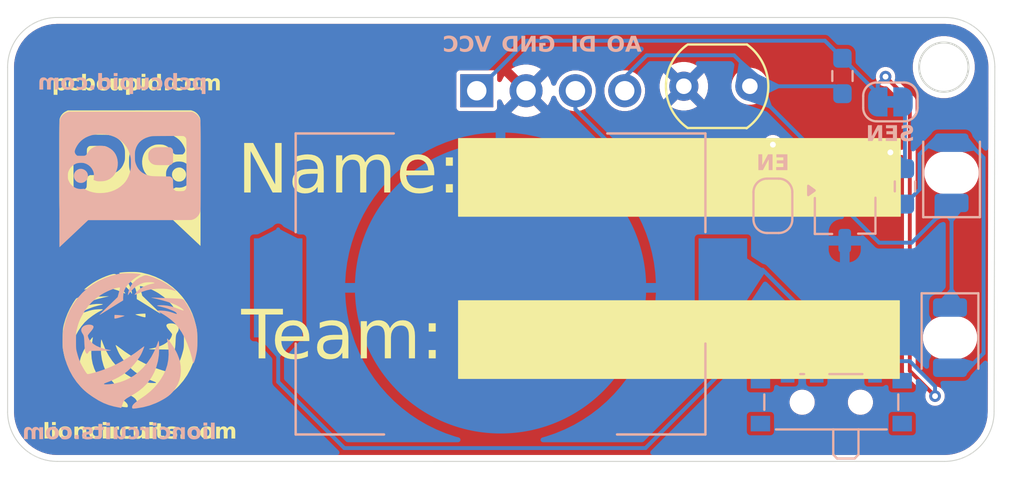
<source format=kicad_pcb>
(kicad_pcb (version 20241229) (generator "pcbnew") (generator_version "9.0")
  (layers (0 "F.Cu" signal) (2 "B.Cu" signal) (13 "F.Paste" user) (15 "B.Paste" user) (5 "F.SilkS" user "F.Silkscreen") (7 "B.SilkS" user "B.Silkscreen") (1 "F.Mask" user) (3 "B.Mask" user) (25 "Edge.Cuts" user))
  (net 0 "")
  (net 1 "Net-(D1-K)")
  (net 2 "Net-(D1-A)")
  (net 3 "GND")
  (net 5 "Net-(BT1-+)")
  (net 6 "Net-(J2-Pin_1)")
  (net 7 "/DI")
  (net 8 "Net-(J2-Pin_4)")
  (footprint "OptoDevice:R_LDR_5.1x4.3mm_P3.4mm_Vertical" (layer "F.Cu") (at 163.113602 98.543682 180)
    (property "Reference" "R2" (hide yes))
    (property "Value" "LDR07" (hide yes))
    (pad "1" thru_hole circle (at 0 0 180) (size 1.5 1.5) (drill 0.8) (layers "*.Cu" "*.Mask") (net 8 "Net-(J2-Pin_4)"))
    (pad "2" thru_hole circle (at 3.4 0 180) (size 1.5 1.5) (drill 0.8) (layers "*.Cu" "*.Mask") (net 3 "GND"))
  )
  (footprint "Hardware_Hackathon_1.0:Lion_circuits_Logo" (layer "F.Cu") (at 131.184951 111.575)
    (property "Reference" "Lion_circuits-1" (hide yes))
    (property "Value" "LOGO" (hide yes))
  )
  (footprint "Hardware_Hackathon_1.0:PCB_CUBID" (layer "F.Cu") (at 131.379557 103.312836)
    (property "Reference" "PCB_CUBID-1" (hide yes))
    (property "Value" "LOGO" (hide yes))
  )
  (footprint "LED_SMD:LED_1206_3216Metric_ReverseMount_Hole1.8x2.4mm" (layer "B.Cu") (at 173.5 103 90)
    (property "Reference" "D1" (hide yes))
    (property "Value" "LED" (hide yes))
    (pad "" np_thru_hole oval (at 0 0 90) (size 1.8 2.4) (drill oval 1.8 2.4) (layers "*.Cu" "*.Mask"))
    (pad "1" smd roundrect (at -1.55 0 90) (size 0.95 1.75) (layers "B.Cu" "B.Mask" "B.Paste") (roundrect_rratio 0.2) (net 1 "Net-(D1-K)"))
    (pad "2" smd roundrect (at 1.55 0 90) (size 0.95 1.75) (layers "B.Cu" "B.Mask" "B.Paste") (roundrect_rratio 0.2) (net 2 "Net-(D1-A)"))
  )
  (footprint "Connector_PinSocket_2.54mm:PinSocket_1x04_P2.54mm_Vertical" (layer "B.Cu") (at 149.05 98.775 -90)
    (property "Reference" "J2" (hide yes))
    (property "Value" "Conn_01x04")
    (pad "1" thru_hole rect (at 0 0 270) (size 1.7 1.7) (drill 1) (layers "*.Cu" "*.Mask") (net 6 "Net-(J2-Pin_1)"))
    (pad "2" thru_hole circle (at 0 -2.54 270) (size 1.7 1.7) (drill 1) (layers "*.Cu" "*.Mask") (net 3 "GND"))
    (pad "3" thru_hole circle (at 0 -5.08 270) (size 1.7 1.7) (drill 1) (layers "*.Cu" "*.Mask") (net 7 "/DI"))
    (pad "4" thru_hole circle (at 0 -7.62 270) (size 1.7 1.7) (drill 1) (layers "*.Cu" "*.Mask") (net 8 "Net-(J2-Pin_4)"))
  )
  (footprint "Hardware_Hackathon_1.0:PCB_CUBID" (layer "B.Cu") (at 131.005394 103.380652 180)
    (property "Reference" "PCB_CUBID-1" (hide yes))
    (property "Value" "LOGO" (hide yes))
  )
  (footprint "Resistor_SMD:R_0603_1608Metric_Pad0.98x0.95mm_HandSolder" (layer "B.Cu") (at 167.8814 98.0157 90)
    (property "Reference" "R1" (hide yes))
    (property "Value" "100K")
    (pad "1" smd roundrect (at -0.9125 0 90) (size 0.975 0.95) (layers "B.Cu" "B.Mask" "B.Paste") (net 8 "Net-(J2-Pin_4)"))
    (pad "2" smd roundrect (at 0.9125 0 90) (size 0.975 0.95) (layers "B.Cu" "B.Mask" "B.Paste") (net 6 "Net-(J2-Pin_1)"))
  )
  (footprint "Jumper:SolderJumper-2_P1.3mm_Bridged_RoundedPad1.0x1.5mm" (layer "B.Cu") (at 170.35 99.35)
    (property "Reference" "JP1" (hide yes))
    (property "Value" "Jumper_2_Bridged")
    (fp_poly (pts (xy 0.25 0.3) (xy -0.25 0.3) (xy -0.25 -0.3) (xy 0.25 -0.3)) (fill yes) (layer "B.Cu"))
    (pad "1" smd custom (at -0.65 0) (size 1 0.5) (layers "B.Cu" "B.Mask") (net 6 "Net-(J2-Pin_1)") (options (clearance outline) (anchor rect)) (primitives (gr_circle (center 0 -0.25) (end 0.5 -0.25) (width 0) (fill yes)) (gr_circle (center 0 0.25) (end 0.5 0.25) (width 0) (fill yes)) (gr_poly (pts (xy 0.5 -0.75) (xy 0 -0.75) (xy 0 0.75) (xy 0.5 0.75)) (width 0) (fill yes))))
    (pad "2" smd custom (at 0.65 0) (size 1 0.5) (layers "B.Cu" "B.Mask") (net 7 "/DI") (options (clearance outline) (anchor rect)) (primitives (gr_circle (center 0 -0.25) (end 0.5 -0.25) (width 0) (fill yes)) (gr_circle (center 0 0.25) (end 0.5 0.25) (width 0) (fill yes)) (gr_poly (pts (xy 0 -0.75) (xy -0.5 -0.75) (xy -0.5 0.75) (xy 0 0.75)) (width 0) (fill yes))))
  )
  (footprint "Jumper:SolderJumper-2_P1.3mm_Open_RoundedPad1.0x1.5mm" (layer "B.Cu") (at 164.3 104.7 -90)
    (property "Reference" "JP2" (hide yes))
    (property "Value" "Jumper_2_Open")
    (pad "1" smd custom (at -0.65 0 270) (size 1 0.5) (layers "B.Cu" "B.Mask") (net 1 "Net-(D1-K)") (options (clearance outline) (anchor rect)) (primitives (gr_circle (center 0 -0.25) (end 0.5 -0.25) (width 0) (fill yes)) (gr_circle (center 0 0.25) (end 0.5 0.25) (width 0) (fill yes)) (gr_poly (pts (xy 0.5 -0.75) (xy 0 -0.75) (xy 0 0.75) (xy 0.5 0.75)) (width 0) (fill yes))))
    (pad "2" smd custom (at 0.65 0 270) (size 1 0.5) (layers "B.Cu" "B.Mask") (net 3 "GND") (options (clearance outline) (anchor rect)) (primitives (gr_circle (center 0 -0.25) (end 0.5 -0.25) (width 0) (fill yes)) (gr_circle (center 0 0.25) (end 0.5 0.25) (width 0) (fill yes)) (gr_poly (pts (xy 0 -0.75) (xy -0.5 -0.75) (xy -0.5 0.75) (xy 0 0.75)) (width 0) (fill yes))))
  )
  (footprint "LED_SMD:LED_1206_3216Metric_ReverseMount_Hole1.8x2.4mm" (layer "B.Cu") (at 173.42 111.49 -90)
    (property "Reference" "D2" (hide yes))
    (property "Value" "LED" (hide yes))
    (pad "" np_thru_hole oval (at 0 0 270) (size 1.8 2.4) (drill oval 1.8 2.4) (layers "*.Cu" "*.Mask"))
    (pad "1" smd roundrect (at -1.55 0 270) (size 0.95 1.75) (layers "B.Cu" "B.Mask" "B.Paste") (roundrect_rratio 0.2) (net 1 "Net-(D1-K)"))
    (pad "2" smd roundrect (at 1.55 0 270) (size 0.95 1.75) (layers "B.Cu" "B.Mask" "B.Paste") (roundrect_rratio 0.2) (net 2 "Net-(D1-A)"))
  )
  (footprint "C2032_Battery_Holder_Conpact:BAT_BAT-HLD-001" (layer "B.Cu") (at 150.275 108.925)
    (property "Reference" "BT1" (hide yes))
    (property "Value" "Battery_Cell" (hide yes))
    (pad "1" smd rect (at -11.45 0) (size 2.5 5.1) (layers "B.Cu" "B.Mask" "B.Paste") (net 5 "Net-(BT1-+)"))
    (pad "1" smd rect (at 11.45 0) (size 2.5 5.1) (layers "B.Cu" "B.Mask" "B.Paste") (net 5 "Net-(BT1-+)"))
    (pad "2" smd circle (at 0 0) (size 15 15) (layers "B.Cu" "B.Mask") (net 3 "GND"))
  )
  (footprint "Resistor_SMD:R_0603_1608Metric_Pad0.98x0.95mm_HandSolder" (layer "B.Cu") (at 171.1 103.7 90)
    (property "Reference" "R3" (hide yes))
    (property "Value" "220R")
    (pad "1" smd roundrect (at -0.9125 0 90) (size 0.975 0.95) (layers "B.Cu" "B.Mask" "B.Paste") (net 2 "Net-(D1-A)"))
    (pad "2" smd roundrect (at 0.9125 0 90) (size 0.975 0.95) (layers "B.Cu" "B.Mask" "B.Paste") (net 7 "/DI"))
  )
  (footprint "Hardware_Hackathon_1.0:Lion_circuits_Logo" (layer "B.Cu") (at 131.2 111.642816 180)
    (property "Reference" "Lion_circuits-1" (hide yes))
    (property "Value" "LOGO" (hide yes))
  )
  (footprint "Package_TO_SOT_SMD:TSOT-23" (layer "B.Cu") (at 168 105.19 -90)
    (property "Reference" "Q1" (hide yes))
    (property "Value" "BC547" (hide yes))
    (pad "1" smd roundrect (at -1.31 0.95 270) (size 1.22 0.65) (layers "B.Cu" "B.Mask" "B.Paste") (net 1 "Net-(D1-K)"))
    (pad "2" smd roundrect (at -1.31 -0.95 270) (size 1.22 0.65) (layers "B.Cu" "B.Mask" "B.Paste") (net 8 "Net-(J2-Pin_4)"))
    (pad "3" smd roundrect (at 1.31 0 270) (size 1.22 0.65) (layers "B.Cu" "B.Mask" "B.Paste") (net 3 "GND"))
  )
  (footprint "Button_Switch_SMD:SW_SPDT_PCM12" (layer "B.Cu") (at 167.3076 114.4851 180)
    (property "Reference" "SW1" (hide yes))
    (property "Value" "SW_Push_SPDT" (hide yes))
    (pad "" smd rect (at -3.65 -1.43 180) (size 1 0.8) (layers "B.Cu" "B.Mask" "B.Paste"))
    (pad "" smd rect (at -3.65 0.78 180) (size 1 0.8) (layers "B.Cu" "B.Mask" "B.Paste"))
    (pad "" np_thru_hole circle (at -1.5 -0.33 180) (size 0.9 0.9) (drill 0.9) (layers "*.Cu" "*.Mask"))
    (pad "" np_thru_hole circle (at 1.5 -0.33 180) (size 0.9 0.9) (drill 0.9) (layers "*.Cu" "*.Mask"))
    (pad "" smd rect (at 3.65 -1.43 180) (size 1 0.8) (layers "B.Cu" "B.Mask" "B.Paste"))
    (pad "" smd rect (at 3.65 0.78 180) (size 1 0.8) (layers "B.Cu" "B.Mask" "B.Paste"))
    (pad "1" smd rect (at -2.25 1.43 180) (size 0.7 1.5) (layers "B.Cu" "B.Mask" "B.Paste") (net 6 "Net-(J2-Pin_1)"))
    (pad "2" smd rect (at 0.75 1.43 180) (size 0.7 1.5) (layers "B.Cu" "B.Mask" "B.Paste") (net 5 "Net-(BT1-+)"))
    (pad "3" smd rect (at 2.25 1.43 180) (size 0.7 1.5) (layers "B.Cu" "B.Mask" "B.Paste"))
  )
  (gr_rect (start 148.11261 109.589918) (end 170.81261 113.589918) (stroke (width 0.05)) (fill yes) (layer "F.SilkS"))
  (gr_rect (start 148.11261 101.237836) (end 170.86261 105.237836) (stroke (width 0.05)) (fill yes) (layer "F.SilkS"))
  (gr_line (start 124.891228 115.321945) (end 124.891487 97.57804) (stroke (width 0.05)) (layer "Edge.Cuts"))
  (gr_line (start 175.727312 97.541689) (end 175.69096 115.285853) (stroke (width 0.05)) (layer "Edge.Cuts"))
  (gr_circle (center 173.1 97.56) (end 174.37 97.56) (stroke (width 0.1)) (fill no) (layer "Edge.Cuts"))
  (gr_line (start 127.431228 95.001947) (end 173.151219 95.001948) (stroke (width 0.05)) (layer "Edge.Cuts"))
  (gr_line (start 173.151219 117.861946) (end 127.467321 117.861686) (stroke (width 0.05)) (layer "Edge.Cuts"))
  (gr_arc (start 124.891487 97.57804) (mid 125.627871 95.764035) (end 127.431228 95.001947) (stroke (width 0.05)) (layer "Edge.Cuts"))
  (gr_arc (start 173.151219 95.001948) (mid 174.965224 95.738332) (end 175.727312 97.541689) (stroke (width 0.05)) (layer "Edge.Cuts"))
  (gr_arc (start 175.69096 115.285853) (mid 174.954576 117.099858) (end 173.151219 117.861946) (stroke (width 0.05)) (layer "Edge.Cuts"))
  (gr_arc (start 127.467321 117.861686) (mid 125.653316 117.125302) (end 124.891228 115.321945) (stroke (width 0.05)) (layer "Edge.Cuts"))
  (gr_text "pcbcupid.com" (at 127.17 98.89 0) (layer "F.SilkS") (effects (font (size 0.8 0.8) (thickness 0.2) (bold yes)) (justify left bottom)))
  (gr_text "Team:" (at 136.922729 112.9802 0) (layer "F.SilkS") (effects (font (size 2.5 2.5) (thickness 0.25)) (justify left bottom)))
  (gr_text "lioncircuits.com" (at 126.7 116.82 0) (layer "F.SilkS") (effects (font (size 0.8 0.8) (thickness 0.2) (bold yes)) (justify left bottom)))
  (gr_text "Name:" (at 136.73 104.44 0) (layer "F.SilkS") (effects (font (size 2.5 2.5) (thickness 0.25)) (justify left bottom)))
  (gr_text "SEN" (at 171.6 101.5 0) (layer "B.SilkS") (effects (font (size 0.8 0.8) (thickness 0.2) (bold yes)) (justify left bottom mirror)))
  (gr_text "EN" (at 165.15 103 0) (layer "B.SilkS") (effects (font (size 0.8 0.8) (thickness 0.2) (bold yes)) (justify left bottom mirror)))
  (gr_text "lioncircuits.com" (at 135.65 116.85 0) (layer "B.SilkS") (effects (font (size 0.8 0.8) (thickness 0.2) (bold yes)) (justify left bottom mirror)))
  (gr_text "VCC" (at 149.8 96.9 0) (layer "B.SilkS") (effects (font (size 0.8 0.8) (thickness 0.2) (bold yes)) (justify left bottom mirror)))
  (gr_text "GND" (at 153.101602 96.9 0) (layer "B.SilkS") (effects (font (size 0.8 0.8) (thickness 0.2) (bold yes)) (justify left bottom mirror)))
  (gr_text "DI" (at 155.228495 96.9 0) (layer "B.SilkS") (effects (font (size 0.8 0.8) (thickness 0.2) (bold yes)) (justify left bottom mirror)))
  (gr_text "pcbcupid.com" (at 135.175 98.85 0) (layer "B.SilkS") (effects (font (size 0.8 0.8) (thickness 0.2) (bold yes)) (justify left bottom mirror)))
  (gr_text "AO" (at 157.55 96.9 0) (layer "B.SilkS") (effects (font (size 0.8 0.8) (thickness 0.2) (bold yes)) (justify left bottom mirror)))
  (segment (start 173.5 104.55) (end 173.5 109.86) (width 0.2) (layer "B.Cu") (net 1))
  (segment (start 164.3 104.05) (end 164.47 103.88) (width 0.2) (layer "B.Cu") (net 1))
  (segment (start 164.47 103.88) (end 167.05 103.88) (width 0.2) (layer "B.Cu") (net 1))
  (segment (start 169.77 106.6) (end 171.45 106.6) (width 0.2) (layer "B.Cu") (net 1))
  (segment (start 171.45 106.6) (end 173.5 104.55) (width 0.2) (layer "B.Cu") (net 1))
  (segment (start 167.05 103.88) (end 169.77 106.6) (width 0.2) (layer "B.Cu") (net 1))
  (segment (start 174.375 101.45) (end 173.5 101.45) (width 0.2) (layer "B.Cu") (net 2))
  (segment (start 175.15 102.225) (end 174.375 101.45) (width 0.2) (layer "B.Cu") (net 2))
  (segment (start 171.85 102.05) (end 172.45 101.45) (width 0.2) (layer "B.Cu") (net 2))
  (segment (start 172.5 101.45) (end 173.5 101.45) (width 0.2) (layer "B.Cu") (net 2))
  (segment (start 171.85 103.8625) (end 171.85 102.05) (width 0.2) (layer "B.Cu") (net 2))
  (segment (start 172.45 101.45) (end 173.5 101.45) (width 0.2) (layer "B.Cu") (net 2))
  (segment (start 171.1 104.6125) (end 171.85 103.8625) (width 0.2) (layer "B.Cu") (net 2))
  (segment (start 173.42 113.04) (end 174.4 113.04) (width 0.2) (layer "B.Cu") (net 2))
  (segment (start 175.15 112.29) (end 175.15 102.225) (width 0.2) (layer "B.Cu") (net 2))
  (segment (start 174.4 113.04) (end 175.15 112.29) (width 0.2) (layer "B.Cu") (net 2))
  (segment (start 163.7711 107.9961) (end 166.5576 110.7826) (width 0.2) (layer "B.Cu") (net 5))
  (segment (start 162.6539 107.9961) (end 163.7711 107.9961) (width 0.2) (layer "B.Cu") (net 5))
  (segment (start 166.5576 110.7826) (end 166.5576 113.0551) (width 0.2) (layer "B.Cu") (net 5))
  (segment (start 138.825 108.925) (end 138.825 105.915) (width 0.2) (layer "B.Cu") (net 5))
  (segment (start 138.825 113.7701) (end 142.2299 117.175) (width 0.2) (layer "B.Cu") (net 5))
  (segment (start 161.725 113.1877) (end 161.725 108.925) (width 0.2) (layer "B.Cu") (net 5))
  (segment (start 157.7377 117.175) (end 161.725 113.1877) (width 0.2) (layer "B.Cu") (net 5))
  (segment (start 138.825 108.925) (end 138.825 113.7701) (width 0.2) (layer "B.Cu") (net 5))
  (segment (start 142.2299 117.175) (end 157.7377 117.175) (width 0.2) (layer "B.Cu") (net 5))
  (segment (start 171.35 99.3) (end 170.1 98.05) (width 0.2) (layer "F.Cu") (net 6))
  (segment (start 172.65 114.5) (end 171.35 113.2) (width 0.2) (layer "F.Cu") (net 6))
  (segment (start 171.35 113.2) (end 171.35 99.3) (width 0.2) (layer "F.Cu") (net 6))
  (via (at 172.65 114.5) (size 0.6) (drill 0.3) (layers "F.Cu" "B.Cu") (net 6))
  (via (at 170.1 98.05) (size 0.6) (drill 0.3) (layers "F.Cu" "B.Cu") (net 6))
  (segment (start 170.1 98.05) (end 169.7 98.45) (width 0.2) (layer "B.Cu") (net 6))
  (segment (start 151.625 96.2) (end 166.9782 96.2) (width 0.2) (layer "B.Cu") (net 6))
  (segment (start 166.9782 96.2) (end 167.8814 97.1032) (width 0.2) (layer "B.Cu") (net 6))
  (segment (start 167.8814 97.1032) (end 169.7 98.9218) (width 0.2) (layer "B.Cu") (net 6))
  (segment (start 169.9127 112.7) (end 169.5576 113.0551) (width 0.2) (layer "B.Cu") (net 6))
  (segment (start 172.65 114) (end 171.35 112.7) (width 0.2) (layer "B.Cu") (net 6))
  (segment (start 169.7 98.9218) (end 169.7 99.35) (width 0.2) (layer "B.Cu") (net 6))
  (segment (start 171.35 112.7) (end 169.9127 112.7) (width 0.2) (layer "B.Cu") (net 6))
  (segment (start 169.7 98.45) (end 169.7 99.35) (width 0.2) (layer "B.Cu") (net 6))
  (segment (start 172.65 114.5) (end 172.65 114) (width 0.2) (layer "B.Cu") (net 6))
  (segment (start 149.05 98.775) (end 151.625 96.2) (width 0.2) (layer "B.Cu") (net 6))
  (segment (start 169.95 101.55) (end 164.3 101.55) (width 0.2) (layer "F.Cu") (net 7))
  (segment (start 170.35 101.95) (end 169.95 101.55) (width 0.2) (layer "F.Cu") (net 7))
  (via (at 164.3 101.55) (size 0.6) (drill 0.3) (layers "F.Cu" "B.Cu") (net 7))
  (via (at 170.35 101.95) (size 0.6) (drill 0.3) (layers "F.Cu" "B.Cu") (net 7))
  (segment (start 154.13 98.775) (end 154.13 99.73) (width 0.2) (layer "B.Cu") (net 7))
  (segment (start 171.1 99.45) (end 171 99.35) (width 0.2) (layer "B.Cu") (net 7))
  (segment (start 171.1 102.7875) (end 171.1 99.45) (width 0.2) (layer "B.Cu") (net 7))
  (segment (start 170.35 101.95) (end 170.55 101.95) (width 0.2) (layer "B.Cu") (net 7))
  (segment (start 171.1 102.5) (end 171.1 102.7875) (width 0.2) (layer "B.Cu") (net 7))
  (segment (start 155.95 101.55) (end 164.3 101.55) (width 0.2) (layer "B.Cu") (net 7))
  (segment (start 170.55 101.95) (end 171.1 102.5) (width 0.2) (layer "B.Cu") (net 7))
  (segment (start 154.13 99.73) (end 155.95 101.55) (width 0.2) (layer "B.Cu") (net 7))
  (segment (start 163.113602 98.543682) (end 167.496882 98.543682) (width 0.2) (layer "B.Cu") (net 8))
  (segment (start 167.496882 98.543682) (end 167.8814 98.9282) (width 0.2) (layer "B.Cu") (net 8))
  (segment (start 162.3 96.95) (end 163.113602 97.763602) (width 0.2) (layer "B.Cu") (net 8))
  (segment (start 163.113602 98.543682) (end 168.44992 103.88) (width 0.2) (layer "B.Cu") (net 8))
  (segment (start 156.67 98.08) (end 157.8 96.95) (width 0.2) (layer "B.Cu") (net 8))
  (segment (start 168.44992 103.88) (end 168.95 103.88) (width 0.2) (layer "B.Cu") (net 8))
  (segment (start 156.67 98.775) (end 156.67 98.08) (width 0.2) (layer "B.Cu") (net 8))
  (segment (start 163.113602 97.763602) (end 163.113602 98.543682) (width 0.2) (layer "B.Cu") (net 8))
  (segment (start 157.8 96.95) (end 162.3 96.95) (width 0.2) (layer "B.Cu") (net 8))
  (zone (net 3) (net_name "GND") (layers "F.Cu" "B.Cu") (connect_pads (clearance 0.2)) (min_thickness 0.25) (fill yes (thermal_gap 0.5) (thermal_bridge_width 0.5))
    (polygon (pts (xy 124.5 94.5) (xy 176 94.5) (xy 176 119.5) (xy 124.5 119.5)))
  )
)
</source>
